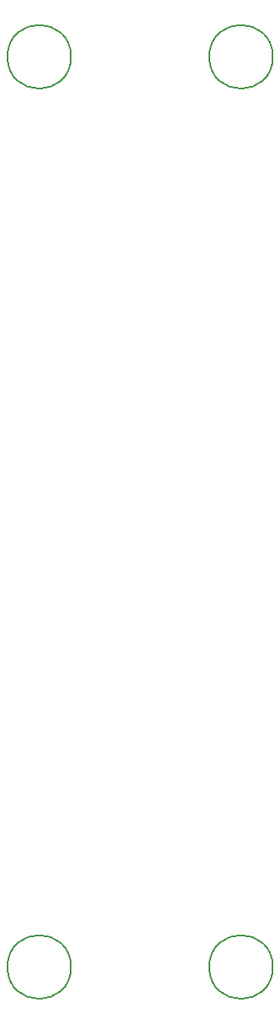
<source format=gbr>
G04 #@! TF.GenerationSoftware,KiCad,Pcbnew,6.0.9-8da3e8f707~116~ubuntu20.04.1*
G04 #@! TF.CreationDate,2023-04-19T17:44:35+00:00*
G04 #@! TF.ProjectId,LEC030201,4c454330-3330-4323-9031-2e6b69636164,rev?*
G04 #@! TF.SameCoordinates,Original*
G04 #@! TF.FileFunction,Other,Comment*
%FSLAX46Y46*%
G04 Gerber Fmt 4.6, Leading zero omitted, Abs format (unit mm)*
G04 Created by KiCad (PCBNEW 6.0.9-8da3e8f707~116~ubuntu20.04.1) date 2023-04-19 17:44:35*
%MOMM*%
%LPD*%
G01*
G04 APERTURE LIST*
%ADD10C,0.150000*%
G04 APERTURE END LIST*
D10*
G04 #@! TO.C,H3*
X206400000Y-142240000D02*
G75*
G03*
X206400000Y-142240000I-3200000J0D01*
G01*
G04 #@! TO.C,H4*
X206400000Y-50800000D02*
G75*
G03*
X206400000Y-50800000I-3200000J0D01*
G01*
G04 #@! TO.C,H2*
X186080000Y-50800000D02*
G75*
G03*
X186080000Y-50800000I-3200000J0D01*
G01*
G04 #@! TO.C,H1*
X186080000Y-142240000D02*
G75*
G03*
X186080000Y-142240000I-3200000J0D01*
G01*
G04 #@! TD*
M02*

</source>
